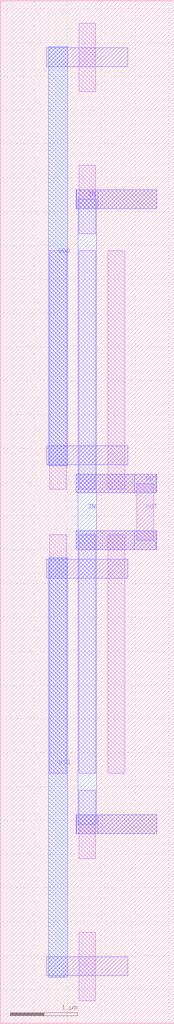
<source format=lef>
MACRO INVERTER
  ORIGIN 0 0 ;
  FOREIGN INVERTER 0 0 ;
  SIZE 2.58 BY 15.12 ;
  PIN IN
    DIRECTION INOUT ;
    USE SIGNAL ;
    PORT 
      LAYER M2 ;
        RECT 1.12 2.8 2.32 3.08 ;
      LAYER M2 ;
        RECT 1.12 12.04 2.32 12.32 ;
      LAYER M2 ;
        RECT 1.13 2.8 1.45 3.08 ;
      LAYER M3 ;
        RECT 1.15 2.94 1.43 12.18 ;
      LAYER M2 ;
        RECT 1.13 12.04 1.45 12.32 ;
    END
  END IN
  PIN VSS
    DIRECTION INOUT ;
    USE SIGNAL ;
    PORT 
      LAYER M3 ;
        RECT 0.72 0.68 1 6.88 ;
    END
  END VSS
  PIN VDD
    DIRECTION INOUT ;
    USE SIGNAL ;
    PORT 
      LAYER M3 ;
        RECT 0.72 8.24 1 14.44 ;
    END
  END VDD
  PIN OUT
    DIRECTION INOUT ;
    USE SIGNAL ;
    PORT 
      LAYER M2 ;
        RECT 1.12 7 2.32 7.28 ;
      LAYER M2 ;
        RECT 1.12 7.84 2.32 8.12 ;
      LAYER M2 ;
        RECT 1.99 7 2.31 7.28 ;
      LAYER M1 ;
        RECT 2.025 7.14 2.275 7.98 ;
      LAYER M2 ;
        RECT 1.99 7.84 2.31 8.12 ;
    END
  END OUT
  OBS 
  LAYER M1 ;
        RECT 1.165 3.695 1.415 7.225 ;
  LAYER M1 ;
        RECT 1.165 2.435 1.415 3.445 ;
  LAYER M1 ;
        RECT 1.165 0.335 1.415 1.345 ;
  LAYER M1 ;
        RECT 1.595 3.695 1.845 7.225 ;
  LAYER M1 ;
        RECT 0.735 3.695 0.985 7.225 ;
  LAYER M2 ;
        RECT 0.69 6.58 1.89 6.86 ;
  LAYER M2 ;
        RECT 0.69 0.7 1.89 0.98 ;
  LAYER M2 ;
        RECT 1.12 7 2.32 7.28 ;
  LAYER M2 ;
        RECT 1.12 2.8 2.32 3.08 ;
  LAYER M3 ;
        RECT 0.72 0.68 1 6.88 ;
  LAYER M1 ;
        RECT 1.165 7.895 1.415 11.425 ;
  LAYER M1 ;
        RECT 1.165 11.675 1.415 12.685 ;
  LAYER M1 ;
        RECT 1.165 13.775 1.415 14.785 ;
  LAYER M1 ;
        RECT 1.595 7.895 1.845 11.425 ;
  LAYER M1 ;
        RECT 0.735 7.895 0.985 11.425 ;
  LAYER M2 ;
        RECT 0.69 8.26 1.89 8.54 ;
  LAYER M2 ;
        RECT 0.69 14.14 1.89 14.42 ;
  LAYER M2 ;
        RECT 1.12 7.84 2.32 8.12 ;
  LAYER M2 ;
        RECT 1.12 12.04 2.32 12.32 ;
  LAYER M3 ;
        RECT 0.72 8.24 1 14.44 ;
  END 
END INVERTER

</source>
